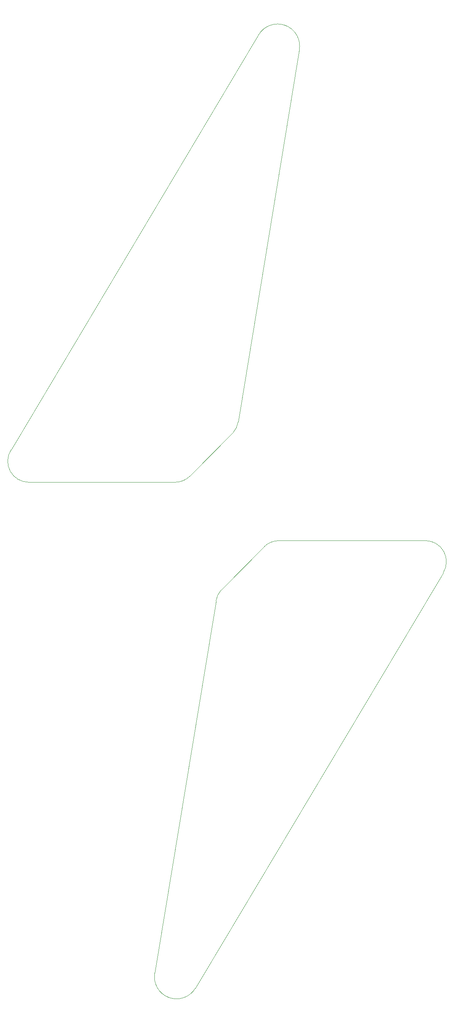
<source format=gbr>
%TF.GenerationSoftware,KiCad,Pcbnew,9.0.7*%
%TF.CreationDate,2026-02-21T04:13:01+02:00*%
%TF.ProjectId,kicad_selka_mk2,6b696361-645f-4736-956c-6b615f6d6b32,rev?*%
%TF.SameCoordinates,Original*%
%TF.FileFunction,Profile,NP*%
%FSLAX46Y46*%
G04 Gerber Fmt 4.6, Leading zero omitted, Abs format (unit mm)*
G04 Created by KiCad (PCBNEW 9.0.7) date 2026-02-21 04:13:01*
%MOMM*%
%LPD*%
G01*
G04 APERTURE LIST*
%TA.AperFunction,Profile*%
%ADD10C,0.050000*%
%TD*%
G04 APERTURE END LIST*
D10*
X118110000Y-237642400D02*
G75*
G02*
X109073822Y-234290712I-4216400J2489200D01*
G01*
X116867996Y-124033188D02*
X126465338Y-114383412D01*
X122661845Y-151735786D02*
G75*
G02*
X123781439Y-149320823I4635655J-682114D01*
G01*
X127584948Y-111968463D02*
G75*
G02*
X126465352Y-114383424I-4635748J682163D01*
G01*
X169164001Y-138328400D02*
G75*
G02*
X173124559Y-145491200I4999J-4673600D01*
G01*
X133378797Y-139671061D02*
X123781455Y-149320837D01*
X136631845Y-138337771D02*
X169164000Y-138328400D01*
X109067600Y-234289600D02*
X122661845Y-151735787D01*
X113614948Y-125366478D02*
X81082793Y-125375849D01*
X116867996Y-124033188D02*
G75*
G02*
X113614948Y-125366506I-3252896J3301388D01*
G01*
X132136792Y-26061849D02*
G75*
G02*
X141172952Y-29413534I4216408J-2489151D01*
G01*
X133378797Y-139671061D02*
G75*
G02*
X136631845Y-138337769I3253003J-3301739D01*
G01*
X81082791Y-125375849D02*
G75*
G02*
X77122305Y-118213094I-4991J4673549D01*
G01*
X141179193Y-29414649D02*
X127584948Y-111968462D01*
X77120392Y-118213049D02*
X132136792Y-26061849D01*
X173126400Y-145491200D02*
X118110000Y-237642400D01*
M02*

</source>
